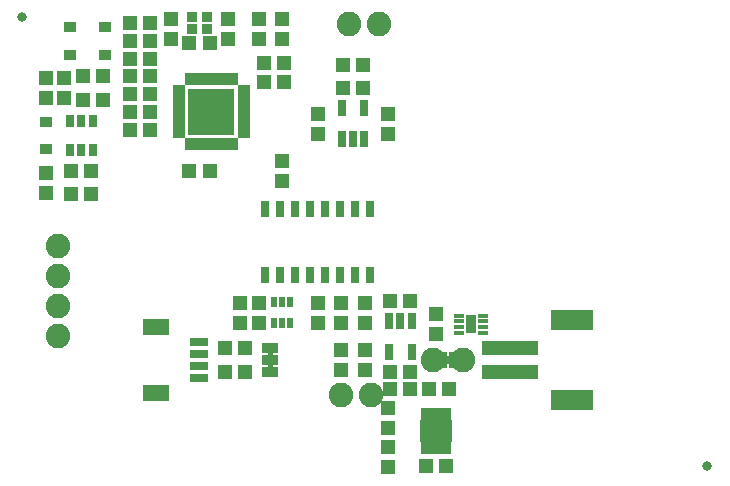
<source format=gbs>
G04 EAGLE Gerber RS-274X export*
G75*
%MOMM*%
%FSLAX34Y34*%
%LPD*%
%INSoldermask Bottom*%
%IPPOS*%
%AMOC8*
5,1,8,0,0,1.08239X$1,22.5*%
G01*
%ADD10C,0.838200*%
%ADD11R,1.203200X1.303200*%
%ADD12R,0.753200X1.403200*%
%ADD13R,1.303200X1.203200*%
%ADD14R,0.803200X1.403200*%
%ADD15R,0.503200X0.863200*%
%ADD16R,0.840000X0.440000*%
%ADD17R,0.940000X1.520000*%
%ADD18C,2.082800*%
%ADD19R,4.803200X1.203200*%
%ADD20R,3.603200X1.803200*%
%ADD21R,0.838200X1.473200*%
%ADD22R,0.553200X1.003200*%
%ADD23R,2.703200X1.903200*%
%ADD24R,1.473200X0.863600*%
%ADD25R,0.753200X1.003200*%
%ADD26R,1.033200X0.833200*%
%ADD27R,0.953200X0.903200*%
%ADD28R,1.103200X0.483200*%
%ADD29R,3.903200X3.903200*%
%ADD30R,0.483200X1.103200*%
%ADD31R,2.203200X1.403200*%
%ADD32R,1.553200X0.803200*%

G36*
X371970Y96583D02*
X371970Y96583D01*
X372036Y96585D01*
X372079Y96603D01*
X372126Y96611D01*
X372183Y96645D01*
X372243Y96670D01*
X372278Y96701D01*
X372319Y96726D01*
X372361Y96777D01*
X372409Y96821D01*
X372431Y96863D01*
X372460Y96900D01*
X372481Y96962D01*
X372512Y97021D01*
X372520Y97075D01*
X372532Y97112D01*
X372531Y97152D01*
X372539Y97206D01*
X372539Y102794D01*
X372528Y102859D01*
X372526Y102925D01*
X372508Y102968D01*
X372500Y103015D01*
X372466Y103072D01*
X372441Y103132D01*
X372410Y103167D01*
X372385Y103208D01*
X372334Y103250D01*
X372290Y103298D01*
X372248Y103320D01*
X372211Y103349D01*
X372149Y103370D01*
X372090Y103401D01*
X372036Y103409D01*
X371999Y103421D01*
X371959Y103420D01*
X371905Y103428D01*
X368095Y103428D01*
X368030Y103417D01*
X367964Y103415D01*
X367921Y103397D01*
X367874Y103389D01*
X367817Y103355D01*
X367757Y103330D01*
X367722Y103299D01*
X367681Y103274D01*
X367640Y103223D01*
X367591Y103179D01*
X367569Y103137D01*
X367540Y103100D01*
X367519Y103038D01*
X367488Y102979D01*
X367480Y102925D01*
X367468Y102888D01*
X367469Y102848D01*
X367461Y102794D01*
X367461Y97206D01*
X367472Y97141D01*
X367474Y97075D01*
X367492Y97032D01*
X367500Y96985D01*
X367534Y96928D01*
X367559Y96868D01*
X367590Y96833D01*
X367615Y96792D01*
X367666Y96751D01*
X367710Y96702D01*
X367752Y96680D01*
X367789Y96651D01*
X367851Y96630D01*
X367910Y96599D01*
X367964Y96591D01*
X368001Y96579D01*
X368041Y96580D01*
X368095Y96572D01*
X371905Y96572D01*
X371970Y96583D01*
G37*
G36*
X221335Y102552D02*
X221335Y102552D01*
X221401Y102554D01*
X221444Y102572D01*
X221491Y102580D01*
X221548Y102614D01*
X221608Y102639D01*
X221643Y102670D01*
X221684Y102695D01*
X221726Y102746D01*
X221774Y102790D01*
X221796Y102832D01*
X221825Y102869D01*
X221846Y102931D01*
X221877Y102990D01*
X221885Y103044D01*
X221897Y103081D01*
X221896Y103121D01*
X221904Y103175D01*
X221904Y106985D01*
X221893Y107050D01*
X221891Y107116D01*
X221873Y107159D01*
X221865Y107206D01*
X221831Y107263D01*
X221806Y107323D01*
X221775Y107358D01*
X221750Y107399D01*
X221699Y107441D01*
X221655Y107489D01*
X221613Y107511D01*
X221576Y107540D01*
X221514Y107561D01*
X221455Y107592D01*
X221401Y107600D01*
X221364Y107612D01*
X221324Y107611D01*
X221270Y107619D01*
X218730Y107619D01*
X218665Y107608D01*
X218599Y107606D01*
X218556Y107588D01*
X218509Y107580D01*
X218452Y107546D01*
X218392Y107521D01*
X218357Y107490D01*
X218316Y107465D01*
X218275Y107414D01*
X218226Y107370D01*
X218204Y107328D01*
X218175Y107291D01*
X218154Y107229D01*
X218123Y107170D01*
X218115Y107116D01*
X218103Y107079D01*
X218103Y107075D01*
X218103Y107074D01*
X218104Y107039D01*
X218096Y106985D01*
X218096Y103175D01*
X218107Y103110D01*
X218109Y103044D01*
X218127Y103001D01*
X218135Y102954D01*
X218169Y102897D01*
X218194Y102837D01*
X218225Y102802D01*
X218250Y102761D01*
X218301Y102720D01*
X218345Y102671D01*
X218387Y102649D01*
X218424Y102620D01*
X218486Y102599D01*
X218545Y102568D01*
X218599Y102560D01*
X218636Y102548D01*
X218676Y102549D01*
X218730Y102541D01*
X221270Y102541D01*
X221335Y102552D01*
G37*
G36*
X221335Y92392D02*
X221335Y92392D01*
X221401Y92394D01*
X221444Y92412D01*
X221491Y92420D01*
X221548Y92454D01*
X221608Y92479D01*
X221643Y92510D01*
X221684Y92535D01*
X221726Y92586D01*
X221774Y92630D01*
X221796Y92672D01*
X221825Y92709D01*
X221846Y92771D01*
X221877Y92830D01*
X221885Y92884D01*
X221897Y92921D01*
X221896Y92961D01*
X221904Y93015D01*
X221904Y96825D01*
X221893Y96890D01*
X221891Y96956D01*
X221873Y96999D01*
X221865Y97046D01*
X221831Y97103D01*
X221806Y97163D01*
X221775Y97198D01*
X221750Y97239D01*
X221699Y97281D01*
X221655Y97329D01*
X221613Y97351D01*
X221576Y97380D01*
X221514Y97401D01*
X221455Y97432D01*
X221401Y97440D01*
X221364Y97452D01*
X221324Y97451D01*
X221270Y97459D01*
X218730Y97459D01*
X218665Y97448D01*
X218599Y97446D01*
X218556Y97428D01*
X218509Y97420D01*
X218452Y97386D01*
X218392Y97361D01*
X218357Y97330D01*
X218316Y97305D01*
X218275Y97254D01*
X218226Y97210D01*
X218204Y97168D01*
X218175Y97131D01*
X218154Y97069D01*
X218123Y97010D01*
X218115Y96956D01*
X218103Y96919D01*
X218103Y96915D01*
X218103Y96914D01*
X218104Y96879D01*
X218096Y96825D01*
X218096Y93015D01*
X218107Y92950D01*
X218109Y92884D01*
X218127Y92841D01*
X218135Y92794D01*
X218169Y92737D01*
X218194Y92677D01*
X218225Y92642D01*
X218250Y92601D01*
X218301Y92560D01*
X218345Y92511D01*
X218387Y92489D01*
X218424Y92460D01*
X218486Y92439D01*
X218545Y92408D01*
X218599Y92400D01*
X218636Y92388D01*
X218676Y92389D01*
X218730Y92381D01*
X221270Y92381D01*
X221335Y92392D01*
G37*
D10*
X590000Y10000D03*
X10000Y390000D03*
D11*
X300000Y91500D03*
X300000Y108500D03*
X280000Y108500D03*
X280000Y91500D03*
D12*
X320500Y133001D03*
X330000Y133001D03*
X339500Y133001D03*
X339500Y106999D03*
X320500Y106999D03*
D13*
X338500Y150000D03*
X321500Y150000D03*
D11*
X280000Y131500D03*
X280000Y148500D03*
X300000Y131500D03*
X300000Y148500D03*
X194000Y148500D03*
X194000Y131500D03*
D14*
X215550Y228000D03*
X228250Y228000D03*
X240950Y228000D03*
X253650Y228000D03*
X266350Y228000D03*
X279050Y228000D03*
X291750Y228000D03*
X304450Y228000D03*
X304450Y172000D03*
X291750Y172000D03*
X279050Y172000D03*
X266350Y172000D03*
X253650Y172000D03*
X240950Y172000D03*
X228250Y172000D03*
X215550Y172000D03*
D11*
X260000Y131500D03*
X260000Y148500D03*
X210000Y148500D03*
X210000Y131500D03*
D15*
X223500Y149200D03*
X230000Y130800D03*
X236500Y130800D03*
X223500Y130800D03*
X230000Y149200D03*
X236500Y149200D03*
D11*
X230000Y251500D03*
X230000Y268500D03*
D16*
X399900Y122500D03*
X399900Y127500D03*
X399900Y132500D03*
X399900Y137500D03*
X379900Y137500D03*
X379900Y132500D03*
X379900Y127500D03*
X379900Y122500D03*
D17*
X390000Y130000D03*
D11*
X360000Y121500D03*
X360000Y138500D03*
D18*
X280000Y70000D03*
X305400Y70000D03*
D13*
X321500Y75000D03*
X338500Y75000D03*
X371500Y75000D03*
X354500Y75000D03*
X368500Y10000D03*
X351500Y10000D03*
D19*
X423000Y90000D03*
X423000Y110000D03*
D20*
X475000Y66000D03*
X475000Y134000D03*
D21*
X375080Y100000D03*
X364920Y100000D03*
D18*
X382700Y100000D03*
X357300Y100000D03*
D22*
X360000Y25500D03*
X365000Y25500D03*
X370000Y25500D03*
X355000Y25500D03*
X350000Y25500D03*
X350000Y54500D03*
X355000Y54500D03*
X360000Y54500D03*
X365000Y54500D03*
X370000Y54500D03*
D23*
X360000Y40000D03*
D11*
X320000Y59500D03*
X320000Y42500D03*
D13*
X338500Y90000D03*
X321500Y90000D03*
D11*
X320000Y9500D03*
X320000Y26500D03*
D13*
X181500Y90000D03*
X198500Y90000D03*
X181500Y110000D03*
X198500Y110000D03*
D24*
X220000Y110414D03*
X220000Y100000D03*
X220000Y89586D03*
D25*
X50500Y302000D03*
X60000Y302000D03*
X69500Y302000D03*
X69500Y278000D03*
X50500Y278000D03*
X60000Y278000D03*
D13*
X68500Y260000D03*
X51500Y260000D03*
X51500Y240000D03*
X68500Y240000D03*
D11*
X30000Y258500D03*
X30000Y241500D03*
D26*
X30000Y301500D03*
X30000Y278500D03*
D11*
X45000Y338500D03*
X45000Y321500D03*
X30000Y321500D03*
X30000Y338500D03*
D13*
X78500Y320000D03*
X61500Y320000D03*
X78500Y340000D03*
X61500Y340000D03*
D26*
X50000Y358500D03*
X50000Y381500D03*
X80000Y358500D03*
X80000Y381500D03*
D13*
X298500Y330000D03*
X281500Y330000D03*
X281500Y350000D03*
X298500Y350000D03*
D12*
X299500Y286999D03*
X290000Y286999D03*
X280500Y286999D03*
X280500Y313001D03*
X299500Y313001D03*
D11*
X320000Y291500D03*
X320000Y308500D03*
X260000Y308500D03*
X260000Y291500D03*
D18*
X40000Y120000D03*
X40000Y145400D03*
X40000Y170800D03*
X40000Y196200D03*
D11*
X230000Y371500D03*
X230000Y388500D03*
D27*
X153250Y380000D03*
X166750Y380000D03*
X166750Y390000D03*
X153250Y390000D03*
D28*
X197500Y330000D03*
D29*
X170000Y310000D03*
D28*
X197500Y325000D03*
X197500Y320000D03*
X197500Y315000D03*
X197500Y310000D03*
X197500Y305000D03*
X197500Y300000D03*
X197500Y295000D03*
X197500Y290000D03*
D30*
X190000Y282500D03*
X185000Y282500D03*
X180000Y282500D03*
X175000Y282500D03*
X170000Y282500D03*
X165000Y282500D03*
X160000Y282500D03*
X155000Y282500D03*
X150000Y282500D03*
D28*
X142500Y290000D03*
X142500Y295000D03*
X142500Y300000D03*
X142500Y305000D03*
X142500Y310000D03*
X142500Y315000D03*
X142500Y320000D03*
X142500Y325000D03*
X142500Y330000D03*
D30*
X150000Y337500D03*
X155000Y337500D03*
X160000Y337500D03*
X165000Y337500D03*
X170000Y337500D03*
X175000Y337500D03*
X180000Y337500D03*
X185000Y337500D03*
X190000Y337500D03*
D13*
X151500Y368000D03*
X168500Y368000D03*
D11*
X184000Y388500D03*
X184000Y371500D03*
X136000Y388500D03*
X136000Y371500D03*
D13*
X101500Y385000D03*
X118500Y385000D03*
X101500Y295000D03*
X118500Y295000D03*
D11*
X210000Y371500D03*
X210000Y388500D03*
D13*
X168500Y260000D03*
X151500Y260000D03*
X118500Y325000D03*
X101500Y325000D03*
X118500Y310000D03*
X101500Y310000D03*
D31*
X123250Y72000D03*
X123250Y128000D03*
D32*
X160000Y85000D03*
X160000Y95000D03*
X160000Y105000D03*
X160000Y115000D03*
D13*
X101500Y355000D03*
X118500Y355000D03*
X118500Y340000D03*
X101500Y340000D03*
D18*
X287000Y384000D03*
X312400Y384000D03*
D13*
X214500Y335000D03*
X231500Y335000D03*
X214500Y351000D03*
X231500Y351000D03*
X118500Y370000D03*
X101500Y370000D03*
M02*

</source>
